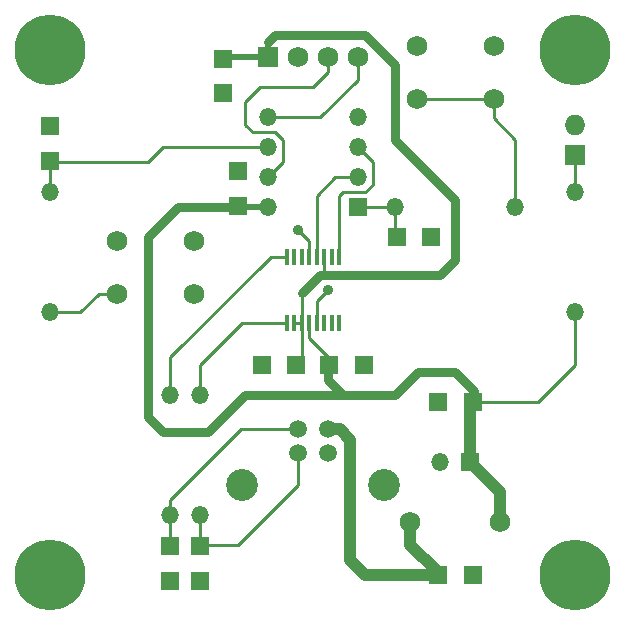
<source format=gtl>
G04 (created by PCBNEW (22-Jun-2014 BZR 4027)-stable) date Mon 12 Jun 2017 10:58:34 PM CDT*
%MOIN*%
G04 Gerber Fmt 3.4, Leading zero omitted, Abs format*
%FSLAX34Y34*%
G01*
G70*
G90*
G04 APERTURE LIST*
%ADD10C,0.00590551*%
%ADD11C,0.23622*%
%ADD12C,0.059*%
%ADD13C,0.1063*%
%ADD14R,0.015748X0.0551181*%
%ADD15R,0.069X0.069*%
%ADD16C,0.069*%
%ADD17O,0.059X0.059*%
%ADD18O,0.069X0.069*%
%ADD19R,0.059X0.059*%
%ADD20R,0.059X0.064*%
%ADD21R,0.064X0.059*%
%ADD22C,0.035*%
%ADD23C,0.02*%
%ADD24C,0.03*%
%ADD25C,0.01*%
%ADD26C,0.04*%
G04 APERTURE END LIST*
G54D10*
G54D11*
X82000Y-44000D03*
X64500Y-44000D03*
X82000Y-61500D03*
X64500Y-61500D03*
G54D12*
X73750Y-56650D03*
X72750Y-56650D03*
X72750Y-57437D03*
X73750Y-57437D03*
G54D13*
X75612Y-58500D03*
X70888Y-58500D03*
G54D14*
X73375Y-50897D03*
X73125Y-50897D03*
X72875Y-50897D03*
X72625Y-50897D03*
X74125Y-53102D03*
X74125Y-50897D03*
X73875Y-50897D03*
X73625Y-50897D03*
X72375Y-53102D03*
X72625Y-53102D03*
X72875Y-53102D03*
X73125Y-53102D03*
X73375Y-53102D03*
X73625Y-53102D03*
X72375Y-50897D03*
X73875Y-53102D03*
G54D15*
X71750Y-44250D03*
G54D16*
X72750Y-44250D03*
X73750Y-44250D03*
X74750Y-44250D03*
G54D17*
X76000Y-49250D03*
X80000Y-49250D03*
X64500Y-48750D03*
X64500Y-52750D03*
X82000Y-48750D03*
X82000Y-52750D03*
X69500Y-59500D03*
X69500Y-55500D03*
X68500Y-59500D03*
X68500Y-55500D03*
G54D15*
X82000Y-47500D03*
G54D18*
X82000Y-46500D03*
G54D16*
X76500Y-59750D03*
X79500Y-59750D03*
G54D19*
X78500Y-57750D03*
G54D17*
X77500Y-57750D03*
G54D19*
X74750Y-49250D03*
G54D17*
X74750Y-48250D03*
X74750Y-47250D03*
X74750Y-46250D03*
X71750Y-46250D03*
X71750Y-47250D03*
X71750Y-49250D03*
X71750Y-48250D03*
G54D20*
X69500Y-60550D03*
X69500Y-61700D03*
X68500Y-60550D03*
X68500Y-61700D03*
G54D21*
X72700Y-54500D03*
X71550Y-54500D03*
G54D20*
X64500Y-47700D03*
X64500Y-46550D03*
G54D21*
X76050Y-50250D03*
X77200Y-50250D03*
X78575Y-55750D03*
X77425Y-55750D03*
X77425Y-61500D03*
X78575Y-61500D03*
G54D16*
X66720Y-52135D03*
X66720Y-50364D03*
X69279Y-52135D03*
X69279Y-50364D03*
X76720Y-45635D03*
X76720Y-43864D03*
X79279Y-45635D03*
X79279Y-43864D03*
G54D21*
X73800Y-54500D03*
X74950Y-54500D03*
G54D20*
X70750Y-49200D03*
X70750Y-48050D03*
X70250Y-44300D03*
X70250Y-45450D03*
G54D22*
X72750Y-50000D03*
X73750Y-52000D03*
G54D23*
X71750Y-44250D02*
X71750Y-43750D01*
G54D24*
X77500Y-51500D02*
X73500Y-51500D01*
X78000Y-51000D02*
X77500Y-51500D01*
X78000Y-49000D02*
X78000Y-51000D01*
X76000Y-47000D02*
X78000Y-49000D01*
X76000Y-44500D02*
X76000Y-47000D01*
X75000Y-43500D02*
X76000Y-44500D01*
X74750Y-43500D02*
X75000Y-43500D01*
X72000Y-43500D02*
X74750Y-43500D01*
X71750Y-43750D02*
X72000Y-43500D01*
G54D23*
X71750Y-44250D02*
X70250Y-44250D01*
G54D25*
X72875Y-53102D02*
X72875Y-52125D01*
G54D24*
X72875Y-52125D02*
X73500Y-51500D01*
G54D25*
X73625Y-51375D02*
X73625Y-50897D01*
X73500Y-51500D02*
X73625Y-51375D01*
X72625Y-53102D02*
X72875Y-53102D01*
X72750Y-54500D02*
X72875Y-54375D01*
X72875Y-54375D02*
X72875Y-53102D01*
G54D24*
X67750Y-53000D02*
X67750Y-50250D01*
X71000Y-55500D02*
X69750Y-56750D01*
X69750Y-56750D02*
X68250Y-56750D01*
X68250Y-56750D02*
X67750Y-56250D01*
X67750Y-56250D02*
X67750Y-53000D01*
X74250Y-55500D02*
X71000Y-55500D01*
X68750Y-49250D02*
X70750Y-49250D01*
X67750Y-50250D02*
X68750Y-49250D01*
G54D23*
X70750Y-49250D02*
X71750Y-49250D01*
G54D25*
X78625Y-55750D02*
X80750Y-55750D01*
X82000Y-54500D02*
X82000Y-52750D01*
X80750Y-55750D02*
X82000Y-54500D01*
G54D24*
X78625Y-55750D02*
X78625Y-55375D01*
X73750Y-55000D02*
X73750Y-54500D01*
X74250Y-55500D02*
X73750Y-55000D01*
X76000Y-55500D02*
X74250Y-55500D01*
X76750Y-54750D02*
X76000Y-55500D01*
X78000Y-54750D02*
X76750Y-54750D01*
X78625Y-55375D02*
X78000Y-54750D01*
G54D25*
X73125Y-53102D02*
X73125Y-53625D01*
X73125Y-53625D02*
X73750Y-54250D01*
X73750Y-54250D02*
X73750Y-54500D01*
G54D26*
X78500Y-57750D02*
X78500Y-55875D01*
X78500Y-55875D02*
X78625Y-55750D01*
X79500Y-59750D02*
X79500Y-58750D01*
X79500Y-58750D02*
X78500Y-57750D01*
G54D25*
X73125Y-50897D02*
X73125Y-50375D01*
X73125Y-50375D02*
X72750Y-50000D01*
X73375Y-53102D02*
X73375Y-52375D01*
X73375Y-52375D02*
X73750Y-52000D01*
X72750Y-57437D02*
X72750Y-58500D01*
X70750Y-60500D02*
X69500Y-60500D01*
X72750Y-58500D02*
X70750Y-60500D01*
X69500Y-60500D02*
X69500Y-59500D01*
X71750Y-47250D02*
X68250Y-47250D01*
X67750Y-47750D02*
X64500Y-47750D01*
X68250Y-47250D02*
X67750Y-47750D01*
X64500Y-48750D02*
X64500Y-47750D01*
X76000Y-49250D02*
X76000Y-50250D01*
X74750Y-49250D02*
X76000Y-49250D01*
X66720Y-52135D02*
X66114Y-52135D01*
X65500Y-52750D02*
X64500Y-52750D01*
X66114Y-52135D02*
X65500Y-52750D01*
X76720Y-45635D02*
X79279Y-45635D01*
X79279Y-45635D02*
X79279Y-46279D01*
X80000Y-47000D02*
X80000Y-49250D01*
X79279Y-46279D02*
X80000Y-47000D01*
G54D26*
X77375Y-61500D02*
X77375Y-61375D01*
X76500Y-60500D02*
X76500Y-59750D01*
X77375Y-61375D02*
X76500Y-60500D01*
X73750Y-56650D02*
X74150Y-56650D01*
X75000Y-61500D02*
X77375Y-61500D01*
X74500Y-61000D02*
X75000Y-61500D01*
X74500Y-57000D02*
X74500Y-61000D01*
X74150Y-56650D02*
X74500Y-57000D01*
G54D25*
X72750Y-56650D02*
X70850Y-56650D01*
X68500Y-59000D02*
X68500Y-59500D01*
X70850Y-56650D02*
X68500Y-59000D01*
X68500Y-60500D02*
X68500Y-59500D01*
X72375Y-53102D02*
X70897Y-53102D01*
X69500Y-54500D02*
X69500Y-55500D01*
X70897Y-53102D02*
X69500Y-54500D01*
X72375Y-50897D02*
X71852Y-50897D01*
X68500Y-54250D02*
X68500Y-55500D01*
X71852Y-50897D02*
X68500Y-54250D01*
X82000Y-47500D02*
X82000Y-48750D01*
X73375Y-50897D02*
X73375Y-48875D01*
X74000Y-48250D02*
X74750Y-48250D01*
X73375Y-48875D02*
X74000Y-48250D01*
X73750Y-44250D02*
X73750Y-44750D01*
X72250Y-47750D02*
X71750Y-48250D01*
X72250Y-47500D02*
X72250Y-47750D01*
X72250Y-47000D02*
X72250Y-47500D01*
X72000Y-46750D02*
X72250Y-47000D01*
X71250Y-46750D02*
X72000Y-46750D01*
X71000Y-46500D02*
X71250Y-46750D01*
X71000Y-45750D02*
X71000Y-46500D01*
X71500Y-45250D02*
X71000Y-45750D01*
X73250Y-45250D02*
X71500Y-45250D01*
X73750Y-44750D02*
X73250Y-45250D01*
X71750Y-46250D02*
X73500Y-46250D01*
X74750Y-45000D02*
X74750Y-44250D01*
X73500Y-46250D02*
X74750Y-45000D01*
X74125Y-50897D02*
X74125Y-48875D01*
X75250Y-47750D02*
X74750Y-47250D01*
X75250Y-48500D02*
X75250Y-47750D01*
X75000Y-48750D02*
X75250Y-48500D01*
X74250Y-48750D02*
X75000Y-48750D01*
X74125Y-48875D02*
X74250Y-48750D01*
M02*

</source>
